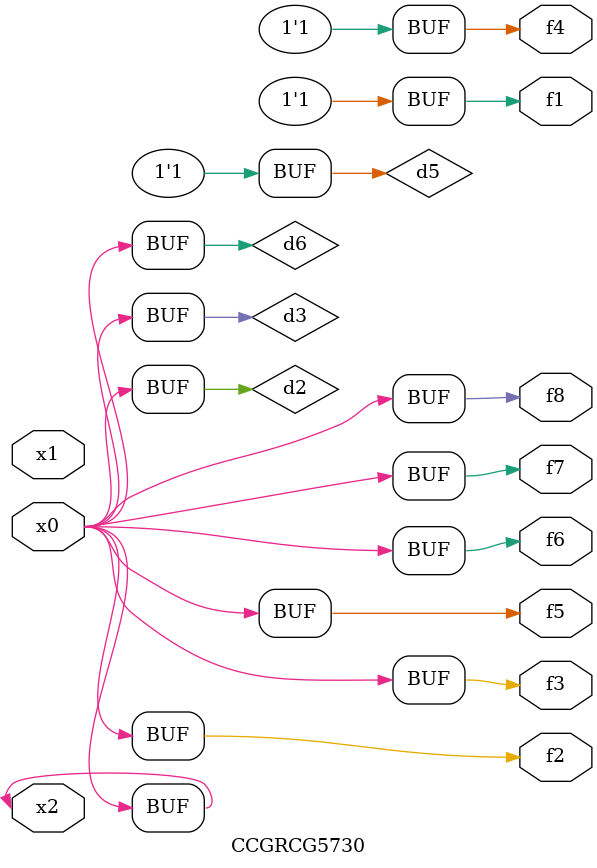
<source format=v>
module CCGRCG5730(
	input x0, x1, x2,
	output f1, f2, f3, f4, f5, f6, f7, f8
);

	wire d1, d2, d3, d4, d5, d6;

	xnor (d1, x2);
	buf (d2, x0, x2);
	and (d3, x0);
	xnor (d4, x1, x2);
	nand (d5, d1, d3);
	buf (d6, d2, d3);
	assign f1 = d5;
	assign f2 = d6;
	assign f3 = d6;
	assign f4 = d5;
	assign f5 = d6;
	assign f6 = d6;
	assign f7 = d6;
	assign f8 = d6;
endmodule

</source>
